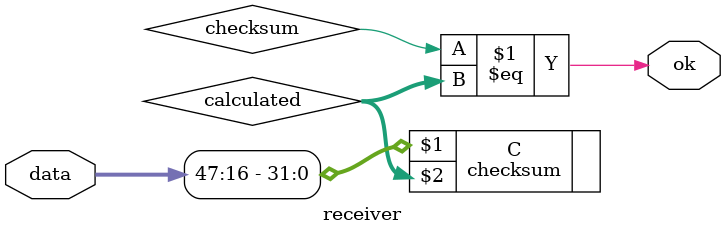
<source format=v>
`timescale 1 ns / 1 ns

module receiver(data, ok);

/* Args */
input [47:0] data;
output ok;

wire [15:0] calculated;

checksum C(data[47:16], calculated);

assign ok = checksum == calculated;

endmodule

</source>
